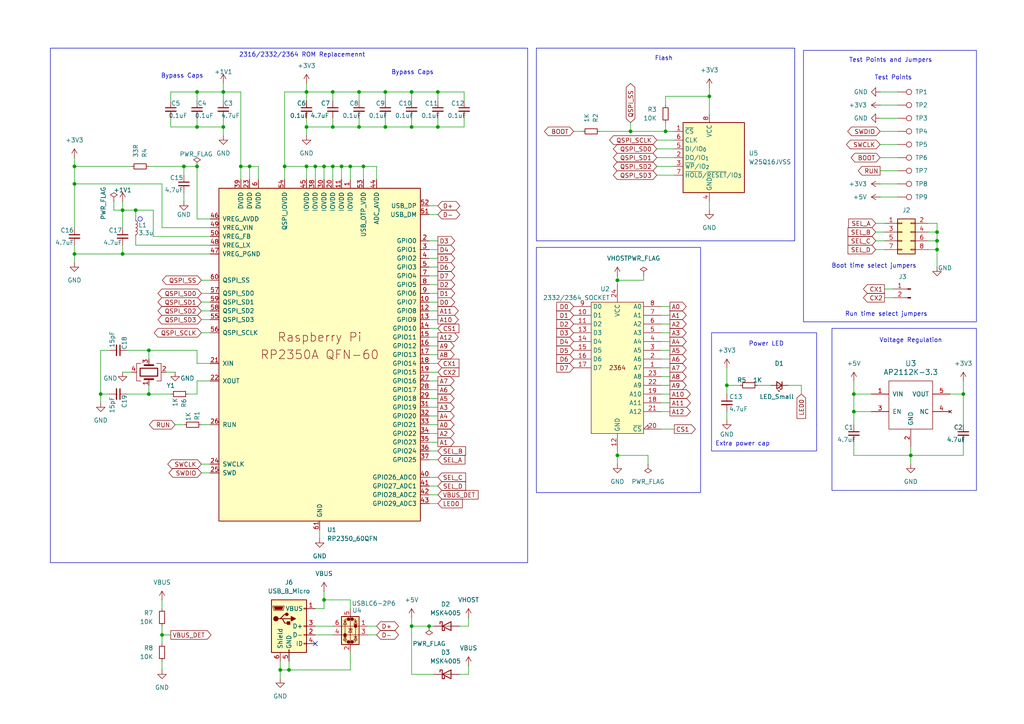
<source format=kicad_sch>
(kicad_sch (version 20250114) (generator "eeschema") (generator_version "9.0")
  (paper "A4")
  (title_block (title "One ROM") (date "2025-10-02") (rev "Pico rev B") (company "piers.rocks") (comment 1 "(c) Piers Finlayson 2025"))
  (rectangle (start 155.575 71.755) (end 203.2 142.875))
  (circle (center 40.64 63.5) (radius 0.635))
  (rectangle (start 155.575 13.97) (end 230.505 69.85))
  (rectangle (start 236.855 123.19) (end 236.855 123.19))
  (rectangle (start 14.605 13.97) (end 153.035 163.195))
  (rectangle (start 233.045 14.605) (end 283.21 93.345))
  (rectangle (start 206.375 96.52) (end 236.855 130.81))
  (rectangle (start 241.3 95.25) (end 283.21 142.24))
  (text "Run time select jumpers" (at 257.048 91.186 0) (effects (font (size 1.27 1.27))))
  (text "Test Points" (at 259.08 22.606 0) (effects (font (size 1.27 1.27))))
  (text "Voltage Regulation" (at 264.16 98.806 0) (effects (font (size 1.27 1.27))))
  (text "Extra power cap" (at 215.392 128.778 0) (effects (font (size 1.27 1.27))))
  (text "2316/2332/2364 ROM Replacemennt" (at 87.63 16.002 0) (effects (font (size 1.27 1.27))))
  (text "Bypass Caps" (at 52.832 22.098 0) (effects (font (size 1.27 1.27))))
  (text "Power LED" (at 222.25 99.822 0) (effects (font (size 1.27 1.27))))
  (text "Bypass Caps" (at 119.634 21.082 0) (effects (font (size 1.27 1.27))))
  (text "Flash" (at 192.532 17.018 0) (effects (font (size 1.27 1.27))))
  (text "Boot time select jumpers" (at 253.492 77.216 0) (effects (font (size 1.27 1.27))))
  (text "Test Points and Jumpers" (at 258.318 17.526 0) (effects (font (size 1.27 1.27))))
  (junction (at 35.56 60.96))
  (junction (at 21.59 48.26))
  (junction (at 21.59 73.66))
  (junction (at 104.14 36.83))
  (junction (at 104.14 26.67))
  (junction (at 82.55 48.26))
  (junction (at 96.52 36.83))
  (junction (at 179.07 132.08))
  (junction (at 46.99 184.15))
  (junction (at 72.39 48.26))
  (junction (at 119.38 26.67))
  (junction (at 57.15 36.83))
  (junction (at 43.18 114.3))
  (junction (at 271.78 67.31))
  (junction (at 111.76 36.83))
  (junction (at 29.21 114.3))
  (junction (at 182.88 38.1))
  (junction (at 35.56 73.66))
  (junction (at 69.85 48.26))
  (junction (at 64.77 26.67))
  (junction (at 81.28 194.31))
  (junction (at 205.74 27.94))
  (junction (at 179.07 81.28))
  (junction (at 247.65 114.3))
  (junction (at 271.78 72.39))
  (junction (at 96.52 48.26))
  (junction (at 88.9 26.67))
  (junction (at 271.78 69.85))
  (junction (at 57.15 26.67))
  (junction (at 105.41 48.26))
  (junction (at 91.44 48.26))
  (junction (at 264.16 132.08))
  (junction (at 99.06 48.26))
  (junction (at 21.59 53.34))
  (junction (at 101.6 48.26))
  (junction (at 83.82 194.31))
  (junction (at 88.9 48.26))
  (junction (at 210.82 111.76))
  (junction (at 247.65 119.38))
  (junction (at 93.98 48.26))
  (junction (at 53.34 48.26))
  (junction (at 193.04 38.1))
  (junction (at 127 26.67))
  (junction (at 88.9 36.83))
  (junction (at 119.38 181.61))
  (junction (at 127 36.83))
  (junction (at 96.52 26.67))
  (junction (at 93.98 173.99))
  (junction (at 119.38 36.83))
  (junction (at 39.37 60.96))
  (junction (at 64.77 36.83))
  (junction (at 111.76 26.67))
  (junction (at 124.46 181.61))
  (junction (at 279.4 114.3))
  (junction (at 57.15 48.26))
  (junction (at 43.18 101.6))
  (no_connect (at 91.44 186.69))
  (wire (pts (xy 279.4 114.3) (xy 279.4 123.19)))
  (wire (pts (xy 91.44 48.26) (xy 93.98 48.26)))
  (wire (pts (xy 232.41 111.76) (xy 232.41 114.3)))
  (wire (pts (xy 93.98 48.26) (xy 96.52 48.26)))
  (wire (pts (xy 186.69 81.28) (xy 179.07 81.28)))
  (wire (pts (xy 92.71 153.67) (xy 92.71 156.21)))
  (wire (pts (xy 44.45 68.58) (xy 60.96 68.58)))
  (wire (pts (xy 43.18 101.6) (xy 43.18 104.14)))
  (wire (pts (xy 93.98 173.99) (xy 101.6 173.99)))
  (wire (pts (xy 104.14 29.21) (xy 104.14 26.67)))
  (wire (pts (xy 119.38 34.29) (xy 119.38 36.83)))
  (wire (pts (xy 191.77 101.6) (xy 194.31 101.6)))
  (wire (pts (xy 69.85 26.67) (xy 64.77 26.67)))
  (wire (pts (xy 58.42 92.71) (xy 60.96 92.71)))
  (wire (pts (xy 88.9 52.07) (xy 88.9 48.26)))
  (wire (pts (xy 81.28 191.77) (xy 81.28 194.31)))
  (wire (pts (xy 104.14 36.83) (xy 104.14 34.29)))
  (wire (pts (xy 254 69.85) (xy 256.54 69.85)))
  (wire (pts (xy 43.18 111.76) (xy 43.18 114.3)))
  (wire (pts (xy 124.46 128.27) (xy 127 128.27)))
  (wire (pts (xy 46.99 173.99) (xy 46.99 176.53)))
  (wire (pts (xy 254 64.77) (xy 256.54 64.77)))
  (wire (pts (xy 247.65 132.08) (xy 264.16 132.08)))
  (wire (pts (xy 127 77.47) (xy 124.46 77.47)))
  (wire (pts (xy 49.53 26.67) (xy 49.53 29.21)))
  (wire (pts (xy 93.98 48.26) (xy 93.98 52.07)))
  (wire (pts (xy 99.06 48.26) (xy 99.06 52.07)))
  (wire (pts (xy 29.21 116.84) (xy 29.21 114.3)))
  (wire (pts (xy 101.6 52.07) (xy 101.6 48.26)))
  (wire (pts (xy 21.59 48.26) (xy 21.59 53.34)))
  (wire (pts (xy 135.89 179.07) (xy 135.89 181.61)))
  (wire (pts (xy 53.34 55.88) (xy 53.34 58.42)))
  (wire (pts (xy 127 146.05) (xy 124.46 146.05)))
  (wire (pts (xy 191.77 96.52) (xy 194.31 96.52)))
  (wire (pts (xy 119.38 26.67) (xy 127 26.67)))
  (wire (pts (xy 91.44 52.07) (xy 91.44 48.26)))
  (wire (pts (xy 57.15 36.83) (xy 64.77 36.83)))
  (wire (pts (xy 264.16 132.08) (xy 264.16 134.62)))
  (wire (pts (xy 271.78 67.31) (xy 271.78 64.77)))
  (wire (pts (xy 57.15 36.83) (xy 57.15 34.29)))
  (wire (pts (xy 254 67.31) (xy 256.54 67.31)))
  (wire (pts (xy 35.56 60.96) (xy 35.56 66.04)))
  (wire (pts (xy 106.68 184.15) (xy 109.22 184.15)))
  (wire (pts (xy 57.15 110.49) (xy 60.96 110.49)))
  (wire (pts (xy 106.68 181.61) (xy 109.22 181.61)))
  (wire (pts (xy 210.82 111.76) (xy 210.82 114.3)))
  (wire (pts (xy 210.82 119.38) (xy 210.82 121.92)))
  (wire (pts (xy 82.55 52.07) (xy 82.55 48.26)))
  (wire (pts (xy 58.42 96.52) (xy 60.96 96.52)))
  (wire (pts (xy 191.77 88.9) (xy 194.31 88.9)))
  (wire (pts (xy 39.37 71.12) (xy 39.37 68.58)))
  (wire (pts (xy 29.21 114.3) (xy 29.21 101.6)))
  (wire (pts (xy 57.15 48.26) (xy 53.34 48.26)))
  (wire (pts (xy 104.14 26.67) (xy 111.76 26.67)))
  (wire (pts (xy 205.74 25.4) (xy 205.74 27.94)))
  (wire (pts (xy 93.98 173.99) (xy 93.98 171.45)))
  (wire (pts (xy 88.9 26.67) (xy 88.9 29.21)))
  (wire (pts (xy 96.52 34.29) (xy 96.52 36.83)))
  (wire (pts (xy 124.46 100.33) (xy 127 100.33)))
  (wire (pts (xy 36.83 114.3) (xy 43.18 114.3)))
  (wire (pts (xy 46.99 53.34) (xy 21.59 53.34)))
  (wire (pts (xy 39.37 60.96) (xy 44.45 60.96)))
  (wire (pts (xy 57.15 26.67) (xy 64.77 26.67)))
  (wire (pts (xy 64.77 24.13) (xy 64.77 26.67)))
  (wire (pts (xy 279.4 132.08) (xy 279.4 128.27)))
  (wire (pts (xy 60.96 66.04) (xy 46.99 66.04)))
  (wire (pts (xy 74.93 48.26) (xy 72.39 48.26)))
  (wire (pts (xy 21.59 73.66) (xy 35.56 73.66)))
  (wire (pts (xy 210.82 106.68) (xy 210.82 111.76)))
  (wire (pts (xy 88.9 48.26) (xy 91.44 48.26)))
  (wire (pts (xy 127 69.85) (xy 124.46 69.85)))
  (wire (pts (xy 247.65 119.38) (xy 247.65 123.19)))
  (wire (pts (xy 35.56 71.12) (xy 35.56 73.66)))
  (wire (pts (xy 127 138.43) (xy 124.46 138.43)))
  (wire (pts (xy 104.14 36.83) (xy 111.76 36.83)))
  (wire (pts (xy 124.46 95.25) (xy 127 95.25)))
  (wire (pts (xy 49.53 36.83) (xy 49.53 34.29)))
  (wire (pts (xy 255.27 26.67) (xy 260.35 26.67)))
  (wire (pts (xy 35.56 107.95) (xy 38.1 107.95)))
  (wire (pts (xy 182.88 38.1) (xy 193.04 38.1)))
  (wire (pts (xy 205.74 27.94) (xy 205.74 33.02)))
  (wire (pts (xy 166.37 38.1) (xy 168.91 38.1)))
  (wire (pts (xy 191.77 93.98) (xy 194.31 93.98)))
  (wire (pts (xy 21.59 45.72) (xy 21.59 48.26)))
  (wire (pts (xy 275.59 114.3) (xy 279.4 114.3)))
  (wire (pts (xy 119.38 36.83) (xy 127 36.83)))
  (wire (pts (xy 247.65 114.3) (xy 252.73 114.3)))
  (wire (pts (xy 53.34 48.26) (xy 53.34 50.8)))
  (wire (pts (xy 255.27 49.53) (xy 260.35 49.53)))
  (wire (pts (xy 111.76 36.83) (xy 119.38 36.83)))
  (wire (pts (xy 46.99 184.15) (xy 49.53 184.15)))
  (wire (pts (xy 271.78 72.39) (xy 271.78 69.85)))
  (wire (pts (xy 43.18 48.26) (xy 53.34 48.26)))
  (wire (pts (xy 119.38 181.61) (xy 119.38 195.58)))
  (wire (pts (xy 21.59 71.12) (xy 21.59 73.66)))
  (wire (pts (xy 58.42 87.63) (xy 60.96 87.63)))
  (wire (pts (xy 91.44 176.53) (xy 93.98 176.53)))
  (wire (pts (xy 101.6 176.53) (xy 101.6 173.99)))
  (wire (pts (xy 269.24 67.31) (xy 271.78 67.31)))
  (wire (pts (xy 124.46 92.71) (xy 127 92.71)))
  (wire (pts (xy 29.21 101.6) (xy 31.75 101.6)))
  (wire (pts (xy 21.59 48.26) (xy 38.1 48.26)))
  (wire (pts (xy 46.99 191.77) (xy 46.99 194.31)))
  (wire (pts (xy 29.21 114.3) (xy 31.75 114.3)))
  (wire (pts (xy 190.5 43.18) (xy 195.58 43.18)))
  (wire (pts (xy 46.99 184.15) (xy 46.99 186.69)))
  (wire (pts (xy 35.56 73.66) (xy 60.96 73.66)))
  (wire (pts (xy 124.46 62.23) (xy 127 62.23)))
  (wire (pts (xy 64.77 26.67) (xy 64.77 29.21)))
  (wire (pts (xy 255.27 41.91) (xy 260.35 41.91)))
  (wire (pts (xy 39.37 60.96) (xy 35.56 60.96)))
  (wire (pts (xy 247.65 114.3) (xy 247.65 119.38)))
  (wire (pts (xy 205.74 58.42) (xy 205.74 60.96)))
  (wire (pts (xy 88.9 36.83) (xy 88.9 34.29)))
  (wire (pts (xy 127 140.97) (xy 124.46 140.97)))
  (wire (pts (xy 124.46 59.69) (xy 127 59.69)))
  (wire (pts (xy 255.27 57.15) (xy 260.35 57.15)))
  (wire (pts (xy 256.54 86.36) (xy 259.08 86.36)))
  (wire (pts (xy 127 118.11) (xy 124.46 118.11)))
  (wire (pts (xy 93.98 176.53) (xy 93.98 173.99)))
  (wire (pts (xy 21.59 73.66) (xy 21.59 76.2)))
  (wire (pts (xy 88.9 26.67) (xy 96.52 26.67)))
  (wire (pts (xy 193.04 30.48) (xy 193.04 27.94)))
  (wire (pts (xy 39.37 60.96) (xy 39.37 63.5)))
  (wire (pts (xy 44.45 60.96) (xy 44.45 68.58)))
  (wire (pts (xy 124.46 107.95) (xy 127 107.95)))
  (wire (pts (xy 104.14 26.67) (xy 96.52 26.67)))
  (wire (pts (xy 58.42 134.62) (xy 60.96 134.62)))
  (wire (pts (xy 105.41 48.26) (xy 105.41 52.07)))
  (wire (pts (xy 232.41 111.76) (xy 228.6 111.76)))
  (wire (pts (xy 127 143.51) (xy 124.46 143.51)))
  (wire (pts (xy 88.9 24.13) (xy 88.9 26.67)))
  (wire (pts (xy 101.6 194.31) (xy 101.6 189.23)))
  (wire (pts (xy 124.46 90.17) (xy 127 90.17)))
  (wire (pts (xy 91.44 181.61) (xy 96.52 181.61)))
  (wire (pts (xy 173.99 38.1) (xy 182.88 38.1)))
  (wire (pts (xy 269.24 72.39) (xy 271.78 72.39)))
  (wire (pts (xy 255.27 38.1) (xy 260.35 38.1)))
  (wire (pts (xy 127 26.67) (xy 134.62 26.67)))
  (wire (pts (xy 247.65 128.27) (xy 247.65 132.08)))
  (wire (pts (xy 127 36.83) (xy 134.62 36.83)))
  (wire (pts (xy 279.4 110.49) (xy 279.4 114.3)))
  (wire (pts (xy 124.46 113.03) (xy 127 113.03)))
  (wire (pts (xy 82.55 26.67) (xy 82.55 48.26)))
  (wire (pts (xy 119.38 181.61) (xy 124.46 181.61)))
  (wire (pts (xy 271.78 64.77) (xy 269.24 64.77)))
  (wire (pts (xy 191.77 114.3) (xy 194.31 114.3)))
  (wire (pts (xy 124.46 102.87) (xy 127 102.87)))
  (wire (pts (xy 127 26.67) (xy 127 29.21)))
  (wire (pts (xy 57.15 101.6) (xy 57.15 105.41)))
  (wire (pts (xy 91.44 184.15) (xy 96.52 184.15)))
  (wire (pts (xy 58.42 90.17) (xy 60.96 90.17)))
  (wire (pts (xy 191.77 124.46) (xy 195.58 124.46)))
  (wire (pts (xy 57.15 26.67) (xy 49.53 26.67)))
  (wire (pts (xy 190.5 48.26) (xy 195.58 48.26)))
  (wire (pts (xy 264.16 132.08) (xy 279.4 132.08)))
  (wire (pts (xy 101.6 48.26) (xy 105.41 48.26)))
  (wire (pts (xy 36.83 101.6) (xy 43.18 101.6)))
  (wire (pts (xy 54.61 114.3) (xy 57.15 114.3)))
  (wire (pts (xy 190.5 45.72) (xy 195.58 45.72)))
  (wire (pts (xy 49.53 36.83) (xy 57.15 36.83)))
  (wire (pts (xy 254 72.39) (xy 256.54 72.39)))
  (wire (pts (xy 134.62 26.67) (xy 134.62 29.21)))
  (wire (pts (xy 191.77 99.06) (xy 194.31 99.06)))
  (wire (pts (xy 82.55 26.67) (xy 88.9 26.67)))
  (wire (pts (xy 191.77 116.84) (xy 194.31 116.84)))
  (wire (pts (xy 119.38 26.67) (xy 119.38 29.21)))
  (wire (pts (xy 190.5 50.8) (xy 195.58 50.8)))
  (wire (pts (xy 127 120.65) (xy 124.46 120.65)))
  (wire (pts (xy 72.39 48.26) (xy 69.85 48.26)))
  (wire (pts (xy 33.02 58.42) (xy 33.02 60.96)))
  (wire (pts (xy 35.56 58.42) (xy 35.56 60.96)))
  (wire (pts (xy 64.77 36.83) (xy 64.77 34.29)))
  (wire (pts (xy 46.99 181.61) (xy 46.99 184.15)))
  (wire (pts (xy 96.52 26.67) (xy 96.52 29.21)))
  (wire (pts (xy 191.77 106.68) (xy 194.31 106.68)))
  (wire (pts (xy 134.62 34.29) (xy 134.62 36.83)))
  (wire (pts (xy 271.78 72.39) (xy 271.78 77.47)))
  (wire (pts (xy 127 85.09) (xy 124.46 85.09)))
  (wire (pts (xy 179.07 130.81) (xy 179.07 132.08)))
  (wire (pts (xy 82.55 48.26) (xy 88.9 48.26)))
  (wire (pts (xy 33.02 60.96) (xy 35.56 60.96)))
  (wire (pts (xy 187.96 134.62) (xy 187.96 132.08)))
  (wire (pts (xy 58.42 123.19) (xy 60.96 123.19)))
  (wire (pts (xy 105.41 48.26) (xy 109.22 48.26)))
  (wire (pts (xy 193.04 27.94) (xy 205.74 27.94)))
  (wire (pts (xy 191.77 109.22) (xy 194.31 109.22)))
  (wire (pts (xy 57.15 105.41) (xy 60.96 105.41)))
  (wire (pts (xy 124.46 181.61) (xy 125.73 181.61)))
  (wire (pts (xy 43.18 101.6) (xy 57.15 101.6)))
  (wire (pts (xy 269.24 69.85) (xy 271.78 69.85)))
  (wire (pts (xy 135.89 193.04) (xy 135.89 195.58)))
  (wire (pts (xy 124.46 130.81) (xy 127 130.81)))
  (wire (pts (xy 96.52 36.83) (xy 104.14 36.83)))
  (wire (pts (xy 255.27 53.34) (xy 260.35 53.34)))
  (wire (pts (xy 193.04 38.1) (xy 195.58 38.1)))
  (wire (pts (xy 135.89 181.61) (xy 133.35 181.61)))
  (wire (pts (xy 271.78 69.85) (xy 271.78 67.31)))
  (wire (pts (xy 88.9 36.83) (xy 88.9 39.37)))
  (wire (pts (xy 124.46 105.41) (xy 127 105.41)))
  (wire (pts (xy 57.15 114.3) (xy 57.15 110.49)))
  (wire (pts (xy 193.04 35.56) (xy 193.04 38.1)))
  (wire (pts (xy 124.46 125.73) (xy 127 125.73)))
  (wire (pts (xy 191.77 91.44) (xy 194.31 91.44)))
  (wire (pts (xy 187.96 132.08) (xy 179.07 132.08)))
  (wire (pts (xy 179.07 80.01) (xy 179.07 81.28)))
  (wire (pts (xy 21.59 53.34) (xy 21.59 66.04)))
  (wire (pts (xy 124.46 115.57) (xy 127 115.57)))
  (wire (pts (xy 69.85 52.07) (xy 69.85 48.26)))
  (wire (pts (xy 210.82 111.76) (xy 214.63 111.76)))
  (wire (pts (xy 255.27 45.72) (xy 260.35 45.72)))
  (wire (pts (xy 186.69 80.01) (xy 186.69 81.28)))
  (wire (pts (xy 264.16 129.54) (xy 264.16 132.08)))
  (wire (pts (xy 179.07 81.28) (xy 179.07 82.55)))
  (wire (pts (xy 111.76 26.67) (xy 111.76 29.21)))
  (wire (pts (xy 60.96 71.12) (xy 39.37 71.12)))
  (wire (pts (xy 81.28 194.31) (xy 83.82 194.31)))
  (wire (pts (xy 43.18 114.3) (xy 49.53 114.3)))
  (wire (pts (xy 247.65 119.38) (xy 252.73 119.38)))
  (wire (pts (xy 50.8 123.19) (xy 53.34 123.19)))
  (wire (pts (xy 135.89 195.58) (xy 133.35 195.58)))
  (wire (pts (xy 58.42 137.16) (xy 60.96 137.16)))
  (wire (pts (xy 119.38 195.58) (xy 125.73 195.58)))
  (wire (pts (xy 72.39 52.07) (xy 72.39 48.26)))
  (wire (pts (xy 96.52 48.26) (xy 99.06 48.26)))
  (wire (pts (xy 127 87.63) (xy 124.46 87.63)))
  (wire (pts (xy 179.07 132.08) (xy 179.07 134.62)))
  (wire (pts (xy 127 123.19) (xy 124.46 123.19)))
  (wire (pts (xy 191.77 111.76) (xy 194.31 111.76)))
  (wire (pts (xy 124.46 133.35) (xy 127 133.35)))
  (wire (pts (xy 127 82.55) (xy 124.46 82.55)))
  (wire (pts (xy 255.27 34.29) (xy 260.35 34.29)))
  (wire (pts (xy 255.27 30.48) (xy 260.35 30.48)))
  (wire (pts (xy 57.15 63.5) (xy 57.15 48.26)))
  (wire (pts (xy 256.54 83.82) (xy 259.08 83.82)))
  (wire (pts (xy 69.85 48.26) (xy 69.85 26.67)))
  (wire (pts (xy 60.96 63.5) (xy 57.15 63.5)))
  (wire (pts (xy 191.77 119.38) (xy 194.31 119.38)))
  (wire (pts (xy 48.26 107.95) (xy 50.8 107.95)))
  (wire (pts (xy 124.46 110.49) (xy 127 110.49)))
  (wire (pts (xy 64.77 36.83) (xy 64.77 39.37)))
  (wire (pts (xy 109.22 52.07) (xy 109.22 48.26)))
  (wire (pts (xy 119.38 179.07) (xy 119.38 181.61)))
  (wire (pts (xy 124.46 97.79) (xy 127 97.79)))
  (wire (pts (xy 111.76 26.67) (xy 119.38 26.67)))
  (wire (pts (xy 57.15 26.67) (xy 57.15 29.21)))
  (wire (pts (xy 96.52 52.07) (xy 96.52 48.26)))
  (wire (pts (xy 83.82 194.31) (xy 83.82 191.77)))
  (wire (pts (xy 127 34.29) (xy 127 36.83)))
  (wire (pts (xy 81.28 194.31) (xy 81.28 196.85)))
  (wire (pts (xy 99.06 48.26) (xy 101.6 48.26)))
  (wire (pts (xy 191.77 104.14) (xy 194.31 104.14)))
  (wire (pts (xy 111.76 34.29) (xy 111.76 36.83)))
  (wire (pts (xy 83.82 194.31) (xy 101.6 194.31)))
  (wire (pts (xy 46.99 66.04) (xy 46.99 53.34)))
  (wire (pts (xy 127 80.01) (xy 124.46 80.01)))
  (wire (pts (xy 58.42 81.28) (xy 60.96 81.28)))
  (wire (pts (xy 127 74.93) (xy 124.46 74.93)))
  (wire (pts (xy 219.71 111.76) (xy 223.52 111.76)))
  (wire (pts (xy 74.93 52.07) (xy 74.93 48.26)))
  (wire (pts (xy 247.65 110.49) (xy 247.65 114.3)))
  (wire (pts (xy 58.42 85.09) (xy 60.96 85.09)))
  (wire (pts (xy 182.88 35.56) (xy 182.88 38.1)))
  (wire (pts (xy 127 72.39) (xy 124.46 72.39)))
  (wire (pts (xy 96.52 36.83) (xy 88.9 36.83)))
  (wire (pts (xy 190.5 40.64) (xy 195.58 40.64)))
  (global_label "A9" (shape output) (at 194.31 111.76 0) (property "Intersheetrefs" "${INTERSHEET_REFS}" (effects (hide yes))))
  (global_label "SWCLK" (shape bidirectional) (at 58.42 134.62 180) (property "Intersheetrefs" "${INTERSHEET_REFS}" (effects (hide yes))))
  (global_label "CX1" (shape input) (at 127 105.41 0) (property "Intersheetrefs" "${INTERSHEET_REFS}" (effects (hide yes))))
  (global_label "A7" (shape output) (at 127 110.49 0) (property "Intersheetrefs" "${INTERSHEET_REFS}" (effects (hide yes))))
  (global_label "A11" (shape output) (at 127 90.17 0) (property "Intersheetrefs" "${INTERSHEET_REFS}" (effects (hide yes))))
  (global_label "D+" (shape bidirectional) (at 109.22 181.61 0) (property "Intersheetrefs" "${INTERSHEET_REFS}" (effects (hide yes))))
  (global_label "A2" (shape output) (at 194.31 93.98 0) (property "Intersheetrefs" "${INTERSHEET_REFS}" (effects (hide yes))))
  (global_label "D6" (shape input) (at 166.37 104.14 180) (property "Intersheetrefs" "${INTERSHEET_REFS}" (effects (hide yes))))
  (global_label "D0" (shape input) (at 166.37 88.9 180) (property "Intersheetrefs" "${INTERSHEET_REFS}" (effects (hide yes))))
  (global_label "A0" (shape output) (at 194.31 88.9 0) (property "Intersheetrefs" "${INTERSHEET_REFS}" (effects (hide yes))))
  (global_label "QSPI_SD1" (shape bidirectional) (at 58.42 87.63 180) (property "Intersheetrefs" "${INTERSHEET_REFS}" (effects (hide yes))))
  (global_label "QSPI_SS" (shape bidirectional) (at 182.88 35.56 90) (property "Intersheetrefs" "${INTERSHEET_REFS}" (effects (hide yes))))
  (global_label "VBUS_DET" (shape input) (at 127 143.51 0) (property "Intersheetrefs" "${INTERSHEET_REFS}" (effects (hide yes))))
  (global_label "BOOT" (shape bidirectional) (at 255.27 45.72 180) (property "Intersheetrefs" "${INTERSHEET_REFS}" (effects (hide yes))))
  (global_label "D2" (shape input) (at 166.37 93.98 180) (property "Intersheetrefs" "${INTERSHEET_REFS}" (effects (hide yes))))
  (global_label "A1" (shape output) (at 194.31 91.44 0) (property "Intersheetrefs" "${INTERSHEET_REFS}" (effects (hide yes))))
  (global_label "QSPI_SD3" (shape bidirectional) (at 58.42 92.71 180) (property "Intersheetrefs" "${INTERSHEET_REFS}" (effects (hide yes))))
  (global_label "D1" (shape input) (at 166.37 91.44 180) (property "Intersheetrefs" "${INTERSHEET_REFS}" (effects (hide yes))))
  (global_label "CS1" (shape input) (at 127 95.25 0) (property "Intersheetrefs" "${INTERSHEET_REFS}" (effects (hide yes))))
  (global_label "SWCLK" (shape bidirectional) (at 255.27 41.91 180) (property "Intersheetrefs" "${INTERSHEET_REFS}" (effects (hide yes))))
  (global_label "D7" (shape output) (at 127 80.01 0) (property "Intersheetrefs" "${INTERSHEET_REFS}" (effects (hide yes))))
  (global_label "SEL_C" (shape input) (at 127 138.43 0) (property "Intersheetrefs" "${INTERSHEET_REFS}" (effects (hide yes))))
  (global_label "QSPI_SD0" (shape bidirectional) (at 58.42 85.09 180) (property "Intersheetrefs" "${INTERSHEET_REFS}" (effects (hide yes))))
  (global_label "A3" (shape output) (at 194.31 96.52 0) (property "Intersheetrefs" "${INTERSHEET_REFS}" (effects (hide yes))))
  (global_label "A6" (shape output) (at 194.31 104.14 0) (property "Intersheetrefs" "${INTERSHEET_REFS}" (effects (hide yes))))
  (global_label "SEL_B" (shape input) (at 127 130.81 0) (property "Intersheetrefs" "${INTERSHEET_REFS}" (effects (hide yes))))
  (global_label "A6" (shape output) (at 127 113.03 0) (property "Intersheetrefs" "${INTERSHEET_REFS}" (effects (hide yes))))
  (global_label "D3" (shape output) (at 127 69.85 0) (property "Intersheetrefs" "${INTERSHEET_REFS}" (effects (hide yes))))
  (global_label "D0" (shape output) (at 127 87.63 0) (property "Intersheetrefs" "${INTERSHEET_REFS}" (effects (hide yes))))
  (global_label "D5" (shape output) (at 127 74.93 0) (property "Intersheetrefs" "${INTERSHEET_REFS}" (effects (hide yes))))
  (global_label "SWDIO" (shape bidirectional) (at 58.42 137.16 180) (property "Intersheetrefs" "${INTERSHEET_REFS}" (effects (hide yes))))
  (global_label "D-" (shape bidirectional) (at 127 62.23 0) (property "Intersheetrefs" "${INTERSHEET_REFS}" (effects (hide yes))))
  (global_label "A12" (shape output) (at 127 97.79 0) (property "Intersheetrefs" "${INTERSHEET_REFS}" (effects (hide yes))))
  (global_label "A4" (shape output) (at 194.31 99.06 0) (property "Intersheetrefs" "${INTERSHEET_REFS}" (effects (hide yes))))
  (global_label "A9" (shape output) (at 127 100.33 0) (property "Intersheetrefs" "${INTERSHEET_REFS}" (effects (hide yes))))
  (global_label "A10" (shape output) (at 127 92.71 0) (property "Intersheetrefs" "${INTERSHEET_REFS}" (effects (hide yes))))
  (global_label "SWDIO" (shape bidirectional) (at 255.27 38.1 180) (property "Intersheetrefs" "${INTERSHEET_REFS}" (effects (hide yes))))
  (global_label "RUN" (shape output) (at 255.27 49.53 180) (property "Intersheetrefs" "${INTERSHEET_REFS}" (effects (hide yes))))
  (global_label "SEL_B" (shape input) (at 254 67.31 180) (property "Intersheetrefs" "${INTERSHEET_REFS}" (effects (hide yes))))
  (global_label "QSPI_SD1" (shape bidirectional) (at 190.5 45.72 180) (property "Intersheetrefs" "${INTERSHEET_REFS}" (effects (hide yes))))
  (global_label "QSPI_SS" (shape bidirectional) (at 58.42 81.28 180) (property "Intersheetrefs" "${INTERSHEET_REFS}" (effects (hide yes))))
  (global_label "CX2" (shape output) (at 256.54 86.36 180) (property "Intersheetrefs" "${INTERSHEET_REFS}" (effects (hide yes))))
  (global_label "D7" (shape input) (at 166.37 106.68 180) (property "Intersheetrefs" "${INTERSHEET_REFS}" (effects (hide yes))))
  (global_label "D-" (shape bidirectional) (at 109.22 184.15 0) (property "Intersheetrefs" "${INTERSHEET_REFS}" (effects (hide yes))))
  (global_label "D4" (shape input) (at 166.37 99.06 180) (property "Intersheetrefs" "${INTERSHEET_REFS}" (effects (hide yes))))
  (global_label "A1" (shape output) (at 127 128.27 0) (property "Intersheetrefs" "${INTERSHEET_REFS}" (effects (hide yes))))
  (global_label "A7" (shape output) (at 194.31 106.68 0) (property "Intersheetrefs" "${INTERSHEET_REFS}" (effects (hide yes))))
  (global_label "SEL_A" (shape input) (at 127 133.35 0) (property "Intersheetrefs" "${INTERSHEET_REFS}" (effects (hide yes))))
  (global_label "D2" (shape output) (at 127 82.55 0) (property "Intersheetrefs" "${INTERSHEET_REFS}" (effects (hide yes))))
  (global_label "D+" (shape bidirectional) (at 127 59.69 0) (property "Intersheetrefs" "${INTERSHEET_REFS}" (effects (hide yes))))
  (global_label "SEL_C" (shape input) (at 254 69.85 180) (property "Intersheetrefs" "${INTERSHEET_REFS}" (effects (hide yes))))
  (global_label "LED0" (shape input) (at 232.41 114.3 270) (property "Intersheetrefs" "${INTERSHEET_REFS}" (effects (hide yes))))
  (global_label "A5" (shape output) (at 127 115.57 0) (property "Intersheetrefs" "${INTERSHEET_REFS}" (effects (hide yes))))
  (global_label "QSPI_SCLK" (shape bidirectional) (at 190.5 40.64 180) (property "Intersheetrefs" "${INTERSHEET_REFS}" (effects (hide yes))))
  (global_label "CX1" (shape output) (at 256.54 83.82 180) (property "Intersheetrefs" "${INTERSHEET_REFS}" (effects (hide yes))))
  (global_label "A0" (shape output) (at 127 123.19 0) (property "Intersheetrefs" "${INTERSHEET_REFS}" (effects (hide yes))))
  (global_label "BOOT" (shape bidirectional) (at 166.37 38.1 180) (property "Intersheetrefs" "${INTERSHEET_REFS}" (effects (hide yes))))
  (global_label "LED0" (shape input) (at 127 146.05 0) (property "Intersheetrefs" "${INTERSHEET_REFS}" (effects (hide yes))))
  (global_label "CX2" (shape input) (at 127 107.95 0) (property "Intersheetrefs" "${INTERSHEET_REFS}" (effects (hide yes))))
  (global_label "QSPI_SD2" (shape bidirectional) (at 58.42 90.17 180) (property "Intersheetrefs" "${INTERSHEET_REFS}" (effects (hide yes))))
  (global_label "A5" (shape output) (at 194.31 101.6 0) (property "Intersheetrefs" "${INTERSHEET_REFS}" (effects (hide yes))))
  (global_label "A2" (shape output) (at 127 125.73 0) (property "Intersheetrefs" "${INTERSHEET_REFS}" (effects (hide yes))))
  (global_label "D1" (shape output) (at 127 85.09 0) (property "Intersheetrefs" "${INTERSHEET_REFS}" (effects (hide yes))))
  (global_label "A8" (shape output) (at 194.31 109.22 0) (property "Intersheetrefs" "${INTERSHEET_REFS}" (effects (hide yes))))
  (global_label "D4" (shape output) (at 127 72.39 0) (property "Intersheetrefs" "${INTERSHEET_REFS}" (effects (hide yes))))
  (global_label "A12" (shape output) (at 194.31 119.38 0) (property "Intersheetrefs" "${INTERSHEET_REFS}" (effects (hide yes))))
  (global_label "SEL_D" (shape input) (at 127 140.97 0) (property "Intersheetrefs" "${INTERSHEET_REFS}" (effects (hide yes))))
  (global_label "QSPI_SD3" (shape bidirectional) (at 190.5 50.8 180) (property "Intersheetrefs" "${INTERSHEET_REFS}" (effects (hide yes))))
  (global_label "A10" (shape output) (at 194.31 114.3 0) (property "Intersheetrefs" "${INTERSHEET_REFS}" (effects (hide yes))))
  (global_label "CS1" (shape output) (at 195.58 124.46 0) (property "Intersheetrefs" "${INTERSHEET_REFS}" (effects (hide yes))))
  (global_label "RUN" (shape bidirectional) (at 50.8 123.19 180) (property "Intersheetrefs" "${INTERSHEET_REFS}" (effects (hide yes))))
  (global_label "SEL_A" (shape input) (at 254 64.77 180) (property "Intersheetrefs" "${INTERSHEET_REFS}" (effects (hide yes))))
  (global_label "A11" (shape output) (at 194.31 116.84 0) (property "Intersheetrefs" "${INTERSHEET_REFS}" (effects (hide yes))))
  (global_label "VBUS_DET" (shape output) (at 49.53 184.15 0) (property "Intersheetrefs" "${INTERSHEET_REFS}" (effects (hide yes))))
  (global_label "D6" (shape output) (at 127 77.47 0) (property "Intersheetrefs" "${INTERSHEET_REFS}" (effects (hide yes))))
  (global_label "QSPI_SD2" (shape bidirectional) (at 190.5 48.26 180) (property "Intersheetrefs" "${INTERSHEET_REFS}" (effects (hide yes))))
  (global_label "QSPI_SCLK" (shape bidirectional) (at 58.42 96.52 180) (property "Intersheetrefs" "${INTERSHEET_REFS}" (effects (hide yes))))
  (global_label "A4" (shape output) (at 127 120.65 0) (property "Intersheetrefs" "${INTERSHEET_REFS}" (effects (hide yes))))
  (global_label "D5" (shape input) (at 166.37 101.6 180) (property "Intersheetrefs" "${INTERSHEET_REFS}" (effects (hide yes))))
  (global_label "SEL_D" (shape input) (at 254 72.39 180) (property "Intersheetrefs" "${INTERSHEET_REFS}" (effects (hide yes))))
  (global_label "A3" (shape output) (at 127 118.11 0) (property "Intersheetrefs" "${INTERSHEET_REFS}" (effects (hide yes))))
  (global_label "D3" (shape input) (at 166.37 96.52 180) (property "Intersheetrefs" "${INTERSHEET_REFS}" (effects (hide yes))))
  (global_label "QSPI_SD0" (shape bidirectional) (at 190.5 43.18 180) (property "Intersheetrefs" "${INTERSHEET_REFS}" (effects (hide yes))))
  (global_label "A8" (shape output) (at 127 102.87 0) (property "Intersheetrefs" "${INTERSHEET_REFS}" (effects (hide yes))))
  (symbol (lib_id "power:GND") (at 53.34 58.42 0) (unit 1)
    (property "Reference" "#PWR025" (effects (hide yes)))
    (property "Value" "GND" (at 53.34 62.23 0))
    (property "Description" "Power symbol creates a global label with name \"GND\" , ground" (effects (hide yes)))
  )
  (symbol (lib_id "Connector:TestPoint") (at 260.35 49.53 270) (unit 1)
    (property "Reference" "TP7" (at 265.43 49.5299 90) (effects (justify left)))
    (property "Value" "TestPoint" (effects (hide yes)))
    (property "Footprint" "piers retro footprints:1mm smd test point small ss" (effects (hide yes)))
    (property "Description" "test point" (effects (hide yes)))
  )
  (symbol (lib_id "Device:C_Small") (at 21.59 68.58 0) (mirror y) (unit 1)
    (property "Reference" "C16" (at 17.526 66.802 0) (effects (justify right)))
    (property "Value" "4.7uF" (at 16.002 70.358 0) (effects (justify right)))
    (property "Footprint" "RP2350_60QFN_minimal:C_0402_1005Metric_small_pads" (effects (hide yes)))
    (property "Description" "Unpolarized capacitor, small symbol" (effects (hide yes)))
    (property "Comment" "Samsung Electro-Mechanics CL05A475MP5NRNC" (effects (hide yes)))
    (property "LCSC" "C23733" (effects (hide yes)))
    (property "Price(10)" "$0.0048" (effects (hide yes)))
  )
  (symbol (lib_id "power:GND") (at 271.78 77.47 0) (unit 1)
    (property "Reference" "#PWR012" (effects (hide yes)))
    (property "Value" "GND" (at 274.066 77.724 0))
    (property "Description" "Power symbol creates a global label with name \"GND\" , ground" (effects (hide yes)))
  )
  (symbol (lib_id "power:GND") (at 205.74 60.96 0) (unit 1)
    (property "Reference" "#PWR022" (effects (hide yes)))
    (property "Value" "GND" (at 205.74 66.04 0))
    (property "Description" "Power symbol creates a global label with name \"GND\" , ground" (effects (hide yes)))
  )
  (symbol (lib_id "Device:R_Small") (at 52.07 114.3 270) (unit 1)
    (property "Reference" "R6" (at 53.34 115.57 0) (effects (justify left)))
    (property "Value" "1K" (at 50.8 115.316 0) (effects (justify left)))
    (property "Footprint" "Resistor_SMD:R_0402_1005Metric" (effects (hide yes)))
    (property "Description" "Resistor, small symbol" (effects (hide yes)))
    (property "Comment" "UNI-ROYAL(Uniroyal Elec) 0402WGF1001TCE" (effects (hide yes)))
    (property "LCSC" "C11702" (effects (hide yes)))
    (property "Price(10)" "$0.0005" (effects (hide yes)))
  )
  (symbol (lib_id "power:GND") (at 29.21 116.84 0) (unit 1)
    (property "Reference" "#PWR029" (effects (hide yes)))
    (property "Value" "GND" (at 29.21 121.92 0))
    (property "Description" "Power symbol creates a global label with name \"GND\" , ground" (effects (hide yes)))
  )
  (symbol (lib_id "power:PWR_FLAG") (at 186.69 80.01 0) (unit 1)
    (property "Reference" "#FLG01" (effects (hide yes)))
    (property "Value" "PWR_FLAG" (at 186.69 74.93 0))
    (property "Description" "Special symbol for telling ERC where power comes from" (effects (hide yes)))
  )
  (symbol (lib_id "Device:LED_Small") (at 226.06 111.76 180) (unit 1)
    (property "Reference" "D1" (at 225.9965 105.41 0))
    (property "Value" "LED_Small" (at 225.298 115.062 0))
    (property "Footprint" "LED_SMD:LED_0603_1608Metric" (effects (hide yes)))
    (property "Description" "Light emitting diode, small symbol" (effects (hide yes)))
    (property "Comment" "Hubei KENTO Elec KT-0603R" (effects (hide yes)))
    (property "LCSC" "C2286" (effects (hide yes)))
    (property "Price(10)" "$0.0056" (effects (hide yes)))
  )
  (symbol (lib_id "Connector_Generic:Conn_02x04_Odd_Even") (at 261.62 67.31 0) (unit 1)
    (property "Reference" "J2" (at 262.89 60.96 0))
    (property "Value" "Conn_02x04_Odd_Even" (effects (hide yes)))
    (property "Footprint" "piers footprints:PinHeader_2x04_P2.54mm_Vertical custom silkscreen" (effects (hide yes)))
    (property "Description" "Generic connector, double row, 02x04, odd/even pin numbering scheme (row 1 odd numbers, row 2 even numbers), script generated (kicad-library-utils/schlib/autogen/connector/)" (effects (hide yes)))
  )
  (symbol (lib_id "Connector:Conn_01x02_Pin") (at 264.16 83.82 0) (mirror y) (unit 1)
    (property "Reference" "J3" (at 260.604 80.264 0) (effects (justify right)))
    (property "Value" "Conn_01x02_Pin" (effects (hide yes)))
    (property "Footprint" "Connector_PinHeader_2.54mm:PinHeader_1x02_P2.54mm_Vertical" (effects (hide yes)))
    (property "Description" "Generic connector, single row, 01x02, script generated" (effects (hide yes)))
  )
  (symbol (lib_id "Device:C_Small") (at 49.53 31.75 0) (unit 1)
    (property "Reference" "C5" (at 52.324 29.972 0) (effects (justify right)))
    (property "Value" "0.1uF" (at 54.356 33.528 0) (effects (justify right)))
    (property "Footprint" "Capacitor_SMD:C_0402_1005Metric" (effects (hide yes)))
    (property "Description" "Unpolarized capacitor, small symbol" (effects (hide yes)))
    (property "Comment" "Samsung Electro-Mechanics CL05B104KO5NNNC" (effects (hide yes)))
    (property "LCSC" "C1525" (effects (hide yes)))
    (property "Price(10)" "$0.0011" (effects (hide yes)))
  )
  (symbol (lib_id "RP:RP2350_60QFN") (at 92.71 102.87 0) (unit 1)
    (property "Reference" "U1" (at 94.8533 153.67 0) (effects (justify left)))
    (property "Value" "RP2350_60QFN" (at 94.8533 156.21 0) (effects (justify left)))
    (property "Footprint" "RP2350_60QFN_minimal:RP2350-QFN-60-1EP_7x7_P0.4mm_EP3.4x3.4mm_ThermalVias" (effects (hide yes)))
    (property "LCSC" "C42411118" (effects (hide yes)))
    (property "Comment" "Raspberry Pi RP2350A" (effects (hide yes)))
    (property "Price(10)" "$1.4430" (effects (hide yes)))
  )
  (symbol (lib_id "power:GND") (at 46.99 194.31 0) (unit 1)
    (property "Reference" "#PWR03" (effects (hide yes)))
    (property "Value" "GND" (at 46.99 199.39 0))
    (property "Description" "Power symbol creates a global label with name \"GND\" , ground" (effects (hide yes)))
  )
  (symbol (lib_id "Connector:TestPoint") (at 260.35 34.29 270) (unit 1)
    (property "Reference" "TP3" (at 265.43 34.2899 90) (effects (justify left)))
    (property "Value" "TestPoint" (effects (hide yes)))
    (property "Footprint" "piers retro footprints:1mm smd test point small ss" (effects (hide yes)))
    (property "Description" "test point" (effects (hide yes)))
  )
  (symbol (lib_id "Device:C_Small") (at 96.52 31.75 0) (unit 1)
    (property "Reference" "C7" (at 95.758 29.972 0) (effects (justify right)))
    (property "Value" "4.7uF" (at 95.504 33.528 0) (effects (justify right)))
    (property "Footprint" "Capacitor_SMD:C_0402_1005Metric" (effects (hide yes)))
    (property "Description" "Unpolarized capacitor, small symbol" (effects (hide yes)))
    (property "Comment" "Samsung Electro-Mechanics CL05A475MP5NRNC" (effects (hide yes)))
    (property "LCSC" "C23733" (effects (hide yes)))
    (property "Price(10)" "$0.0048" (effects (hide yes)))
  )
  (symbol (lib_id "power:+3V3") (at 205.74 25.4 0) (unit 1)
    (property "Reference" "#PWR021" (effects (hide yes)))
    (property "Value" "+3V3" (at 205.74 20.32 0))
    (property "Description" "Power symbol creates a global label with name \"+3V3\"" (effects (hide yes)))
  )
  (symbol (lib_id "power:GND") (at 21.59 76.2 0) (unit 1)
    (property "Reference" "#PWR024" (effects (hide yes)))
    (property "Value" "GND" (at 21.59 81.28 0))
    (property "Description" "Power symbol creates a global label with name \"GND\" , ground" (effects (hide yes)))
  )
  (symbol (lib_id "Connector:USB_B_Micro") (at 83.82 181.61 0) (unit 1)
    (property "Reference" "J6" (at 83.82 168.91 0))
    (property "Value" "USB_B_Micro" (at 83.82 171.45 0))
    (property "Footprint" "piers footprints:USB_Micro-B_micro_xnj_073_C404969" (effects (hide yes)))
    (property "Description" "USB Micro Type B connector" (effects (hide yes)))
    (property "LCSC" "C404969" (effects (hide yes)))
  )
  (symbol (lib_id "power:+3V3") (at 255.27 30.48 90) (unit 1)
    (property "Reference" "#PWR032" (effects (hide yes)))
    (property "Value" "+3V3" (at 251.46 30.4799 90) (effects (justify left)))
    (property "Description" "Power symbol creates a global label with name \"+3V3\"" (effects (hide yes)))
  )
  (symbol (lib_id "power:GND") (at 81.28 196.85 0) (unit 1)
    (property "Reference" "#PWR010" (effects (hide yes)))
    (property "Value" "GND" (at 81.28 201.93 0))
    (property "Description" "Power symbol creates a global label with name \"GND\" , ground" (effects (hide yes)))
  )
  (symbol (lib_id "Device:C_Small") (at 57.15 31.75 0) (unit 1)
    (property "Reference" "C4" (at 59.944 29.972 0) (effects (justify right)))
    (property "Value" "0.1uF" (at 61.976 33.528 0) (effects (justify right)))
    (property "Footprint" "Capacitor_SMD:C_0402_1005Metric" (effects (hide yes)))
    (property "Description" "Unpolarized capacitor, small symbol" (effects (hide yes)))
    (property "Comment" "Samsung Electro-Mechanics CL05B104KO5NNNC" (effects (hide yes)))
    (property "LCSC" "C1525" (effects (hide yes)))
    (property "Price(10)" "$0.0011" (effects (hide yes)))
  )
  (symbol (lib_id "power:PWR_FLAG") (at 124.46 181.61 180) (unit 1)
    (property "Reference" "#FLG05" (effects (hide yes)))
    (property "Value" "PWR_FLAG" (at 124.46 186.69 0))
    (property "Description" "Special symbol for telling ERC where power comes from" (effects (hide yes)))
  )
  (symbol (lib_id "power:GND") (at 64.77 39.37 0) (mirror y) (unit 1)
    (property "Reference" "#PWR011" (effects (hide yes)))
    (property "Value" "GND" (at 64.77 44.45 0))
    (property "Description" "Power symbol creates a global label with name \"GND\" , ground" (effects (hide yes)))
  )
  (symbol (lib_id "Device:R_Small") (at 171.45 38.1 270) (mirror x) (unit 1)
    (property "Reference" "R2" (at 172.7201 35.56 0) (effects (justify left)))
    (property "Value" "1K" (at 170.1801 35.56 0) (effects (justify left)))
    (property "Footprint" "Resistor_SMD:R_0402_1005Metric" (effects (hide yes)))
    (property "Description" "Resistor, small symbol" (effects (hide yes)))
    (property "Comment" "UNI-ROYAL(Uniroyal Elec) 0402WGF1001TCE" (effects (hide yes)))
    (property "LCSC" "C11702" (effects (hide yes)))
    (property "Price(10)" "$0.0005" (effects (hide yes)))
  )
  (symbol (lib_id "power:+1V1") (at 64.77 24.13 0) (unit 1)
    (property "Reference" "#PWR08" (effects (hide yes)))
    (property "Value" "+1V1" (at 64.77 20.828 0))
    (property "Description" "Power symbol creates a global label with name \"+1V1\"" (effects (hide yes)))
  )
  (symbol (lib_id "Device:Crystal_GND24") (at 43.18 107.95 270) (mirror x) (unit 1)
    (property "Reference" "Y1" (at 49.53 111.8302 90))
    (property "Value" "Crystal_GND24" (effects (hide yes)))
    (property "Footprint" "Crystal:Crystal_SMD_Abracon_ABM8G-4Pin_3.2x2.5mm" (effects (hide yes)))
    (property "Description" "Four pin crystal, GND on pins 2 and 4" (effects (hide yes)))
    (property "LCSC" "C20625731" (effects (hide yes)))
    (property "Comment" "Abracon LLC ABM8-272-T3" (effects (hide yes)))
    (property "Price(10)" "$0.4200" (effects (hide yes)))
  )
  (symbol (lib_id "power:+5V") (at 247.65 110.49 0) (unit 1)
    (property "Reference" "#PWR04" (effects (hide yes)))
    (property "Value" "+5V" (at 247.65 105.41 0))
    (property "Description" "Power symbol creates a global label with name \"+5V\"" (effects (hide yes)))
  )
  (symbol (lib_id "Device:R_Small") (at 46.99 179.07 0) (mirror y) (unit 1)
    (property "Reference" "R7" (at 44.45 177.7999 0) (effects (justify left)))
    (property "Value" "10K" (at 44.45 180.3399 0) (effects (justify left)))
    (property "Footprint" "Resistor_SMD:R_0402_1005Metric" (effects (hide yes)))
    (property "Description" "Resistor, small symbol" (effects (hide yes)))
    (property "Comment" "UNI-ROYAL(Uniroyal Elec) 0402WGF1002TCE" (effects (hide yes)))
    (property "LCSC" "C25744" (effects (hide yes)))
    (property "Price(10)" "$0.0005" (effects (hide yes)))
  )
  (symbol (lib_id "Connector:TestPoint") (at 260.35 26.67 270) (unit 1)
    (property "Reference" "TP1" (at 265.43 26.6699 90) (effects (justify left)))
    (property "Value" "TestPoint" (effects (hide yes)))
    (property "Footprint" "piers retro footprints:1mm smd test point small ss" (effects (hide yes)))
    (property "Description" "test point" (effects (hide yes)))
  )
  (symbol (lib_id "power:GND") (at 210.82 121.92 0) (unit 1)
    (property "Reference" "#PWR09" (effects (hide yes)))
    (property "Value" "GND" (at 210.82 125.984 0))
    (property "Description" "Power symbol creates a global label with name \"GND\" , ground" (effects (hide yes)))
  )
  (symbol (lib_id "Device:C_Small") (at 64.77 31.75 0) (unit 1)
    (property "Reference" "C3" (at 67.564 29.972 0) (effects (justify right)))
    (property "Value" "4.7uF" (at 69.596 33.528 0) (effects (justify right)))
    (property "Footprint" "Capacitor_SMD:C_0402_1005Metric" (effects (hide yes)))
    (property "Description" "Unpolarized capacitor, small symbol" (effects (hide yes)))
    (property "Comment" "Samsung Electro-Mechanics CL05A475MP5NRNC" (effects (hide yes)))
    (property "LCSC" "C23733" (effects (hide yes)))
    (property "Price(10)" "$0.0048" (effects (hide yes)))
  )
  (symbol (lib_id "Diode:1N5819WS") (at 129.54 181.61 0) (unit 1)
    (property "Reference" "D2" (at 129.2225 175.26 0))
    (property "Value" "MSK4005" (at 129.2225 177.8 0))
    (property "Footprint" "Diode_SMD:D_SOD-523" (effects (hide yes)))
    (property "LCSC" "C345957" (effects (hide yes)))
  )
  (symbol (lib_id "Device:C_Small") (at 210.82 116.84 0) (unit 1)
    (property "Reference" "C13" (at 215.392 115.062 0) (effects (justify right)))
    (property "Value" "4.7uF" (at 216.916 118.618 0) (effects (justify right)))
    (property "Footprint" "Capacitor_SMD:C_0402_1005Metric" (effects (hide yes)))
    (property "Description" "Unpolarized capacitor, small symbol" (effects (hide yes)))
    (property "Comment" "Samsung Electro-Mechanics CL05A475MP5NRNC" (effects (hide yes)))
    (property "LCSC" "C23733" (effects (hide yes)))
    (property "Price(10)" "$0.0048" (effects (hide yes)))
  )
  (symbol (lib_id "power:GND") (at 255.27 26.67 270) (unit 1)
    (property "Reference" "#PWR018" (effects (hide yes)))
    (property "Value" "GND" (at 249.682 26.67 90))
    (property "Description" "Power symbol creates a global label with name \"GND\" , ground" (effects (hide yes)))
  )
  (symbol (lib_id "power:+5V") (at 46.99 173.99 0) (unit 1)
    (property "Reference" "#PWR06" (effects (hide yes)))
    (property "Value" "VBUS" (at 46.99 168.91 0))
    (property "Description" "Power symbol creates a global label with name \"+5V\"" (effects (hide yes)))
  )
  (symbol (lib_id "Connector:TestPoint") (at 260.35 57.15 270) (unit 1)
    (property "Reference" "TP9" (at 265.43 57.1499 90) (effects (justify left)))
    (property "Value" "TestPoint" (effects (hide yes)))
    (property "Footprint" "piers retro footprints:1mm smd test point small ss" (effects (hide yes)))
    (property "Description" "test point" (effects (hide yes)))
  )
  (symbol (lib_id "power:GND") (at 92.71 156.21 0) (unit 1)
    (property "Reference" "#PWR020" (effects (hide yes)))
    (property "Value" "GND" (at 92.71 161.29 0))
    (property "Description" "Power symbol creates a global label with name \"GND\" , ground" (effects (hide yes)))
  )
  (symbol (lib_id "power:GND") (at 35.56 107.95 0) (mirror y) (unit 1)
    (property "Reference" "#PWR028" (effects (hide yes)))
    (property "Value" "GND" (at 32.004 109.728 0))
    (property "Description" "Power symbol creates a global label with name \"GND\" , ground" (effects (hide yes)))
  )
  (symbol (lib_id "Device:C_Small") (at 104.14 31.75 0) (mirror y) (unit 1)
    (property "Reference" "C8" (at 101.346 29.972 0) (effects (justify right)))
    (property "Value" "0.1uF" (at 99.314 33.528 0) (effects (justify right)))
    (property "Footprint" "Capacitor_SMD:C_0402_1005Metric" (effects (hide yes)))
    (property "Description" "Unpolarized capacitor, small symbol" (effects (hide yes)))
    (property "Comment" "Samsung Electro-Mechanics CL05B104KO5NNNC" (effects (hide yes)))
    (property "LCSC" "C1525" (effects (hide yes)))
    (property "Price(10)" "$0.0011" (effects (hide yes)))
  )
  (symbol (lib_id "Device:R_Small") (at 46.99 189.23 0) (mirror y) (unit 1)
    (property "Reference" "R8" (at 44.45 187.9599 0) (effects (justify left)))
    (property "Value" "10K" (at 44.45 190.4999 0) (effects (justify left)))
    (property "Footprint" "Resistor_SMD:R_0402_1005Metric" (effects (hide yes)))
    (property "Description" "Resistor, small symbol" (effects (hide yes)))
    (property "Comment" "UNI-ROYAL(Uniroyal Elec) 0402WGF1002TCE" (effects (hide yes)))
    (property "LCSC" "C25744" (effects (hide yes)))
    (property "Price(10)" "$0.0005" (effects (hide yes)))
  )
  (symbol (lib_id "Device:C_Small") (at 88.9 31.75 0) (mirror y) (unit 1)
    (property "Reference" "C6" (at 86.106 29.972 0) (effects (justify right)))
    (property "Value" "0.1uF" (at 84.074 33.528 0) (effects (justify right)))
    (property "Footprint" "Capacitor_SMD:C_0402_1005Metric" (effects (hide yes)))
    (property "Description" "Unpolarized capacitor, small symbol" (effects (hide yes)))
    (property "Comment" "Samsung Electro-Mechanics CL05B104KO5NNNC" (effects (hide yes)))
    (property "LCSC" "C1525" (effects (hide yes)))
    (property "Price(10)" "$0.0011" (effects (hide yes)))
  )
  (symbol (lib_id "piers_old:RT9013") (at 264.16 119.38 0) (unit 1)
    (property "Reference" "U3" (at 264.16 105.41 0) (effects (font (size 1.524 1.524))))
    (property "Value" "AP2112K-3.3" (at 264.16 107.95 0) (effects (font (size 1.524 1.524))))
    (property "Footprint" "Package_TO_SOT_SMD:SOT-23-5" (effects (hide yes)))
    (property "Comment" "Diodes Incorporated AP2112K-3.3TRG1" (effects (hide yes)))
    (property "LCSC" "C51118" (effects (hide yes)))
    (property "Price(10)" "$0.1059" (effects (hide yes)))
  )
  (symbol (lib_id "power:+3V3") (at 255.27 57.15 90) (unit 1)
    (property "Reference" "#PWR034" (effects (hide yes)))
    (property "Value" "+5V" (at 251.46 57.1499 90) (effects (justify left)))
    (property "Description" "Power symbol creates a global label with name \"+3V3\"" (effects (hide yes)))
  )
  (symbol (lib_id "Device:C_Small") (at 247.65 125.73 0) (mirror y) (unit 1)
    (property "Reference" "C1" (at 244.856 123.952 0) (effects (justify right)))
    (property "Value" "4.7uF" (at 242.824 127.508 0) (effects (justify right)))
    (property "Footprint" "Capacitor_SMD:C_0402_1005Metric" (effects (hide yes)))
    (property "Description" "Unpolarized capacitor, small symbol" (effects (hide yes)))
    (property "Comment" "Samsung Electro-Mechanics CL05A475MP5NRNC" (effects (hide yes)))
    (property "LCSC" "C23733" (effects (hide yes)))
    (property "Price(10)" "$0.0048" (effects (hide yes)))
  )
  (symbol (lib_id "power:PWR_FLAG") (at 187.96 134.62 0) (mirror x) (unit 1)
    (property "Reference" "#FLG02" (effects (hide yes)))
    (property "Value" "PWR_FLAG" (at 187.96 139.7 0))
    (property "Description" "Special symbol for telling ERC where power comes from" (effects (hide yes)))
  )
  (symbol (lib_id "power:+5V") (at 179.07 80.01 0) (unit 1)
    (property "Reference" "#PWR01" (effects (hide yes)))
    (property "Value" "VHOST" (at 179.07 74.93 0))
    (property "Description" "Power symbol creates a global label with name \"+5V\"" (effects (hide yes)))
  )
  (symbol (lib_id "power:PWR_FLAG") (at 57.15 48.26 0) (unit 1)
    (property "Reference" "#FLG03" (effects (hide yes)))
    (property "Value" "PWR_FLAG" (at 56.896 44.704 0))
    (property "Description" "Special symbol for telling ERC where power comes from" (effects (hide yes)))
  )
  (symbol (lib_id "Device:R_Small") (at 40.64 48.26 270) (mirror x) (unit 1)
    (property "Reference" "R4" (at 41.9101 45.72 0) (effects (justify left)))
    (property "Value" "33R" (at 39.3701 45.72 0) (effects (justify left)))
    (property "Footprint" "Resistor_SMD:R_0402_1005Metric" (effects (hide yes)))
    (property "Description" "Resistor, small symbol" (effects (hide yes)))
    (property "Comment" "UNI-ROYAL(Uniroyal Elec) 0402WGF330JTCE" (effects (hide yes)))
    (property "LCSC" "C25105" (effects (hide yes)))
    (property "Price(10)" "$0.0006" (effects (hide yes)))
  )
  (symbol (lib_id "power:+3V3") (at 255.27 53.34 90) (unit 1)
    (property "Reference" "#PWR033" (effects (hide yes)))
    (property "Value" "+3V3" (at 251.46 53.3399 90) (effects (justify left)))
    (property "Description" "Power symbol creates a global label with name \"+3V3\"" (effects (hide yes)))
  )
  (symbol (lib_id "power:+5V") (at 119.38 179.07 0) (unit 1)
    (property "Reference" "#PWR014" (effects (hide yes)))
    (property "Value" "+5V" (at 119.38 173.99 0))
    (property "Description" "Power symbol creates a global label with name \"+5V\"" (effects (hide yes)))
  )
  (symbol (lib_id "Connector:TestPoint") (at 260.35 30.48 270) (unit 1)
    (property "Reference" "TP2" (at 265.43 30.4799 90) (effects (justify left)))
    (property "Value" "TestPoint" (effects (hide yes)))
    (property "Footprint" "piers retro footprints:1mm smd test point small ss" (effects (hide yes)))
    (property "Description" "test point" (effects (hide yes)))
  )
  (symbol (lib_id "power:GND") (at 255.27 34.29 270) (unit 1)
    (property "Reference" "#PWR019" (effects (hide yes)))
    (property "Value" "GND" (at 249.682 34.29 90))
    (property "Description" "Power symbol creates a global label with name \"GND\" , ground" (effects (hide yes)))
  )
  (symbol (lib_id "power:+1V1") (at 35.56 58.42 0) (unit 1)
    (property "Reference" "#PWR026" (effects (hide yes)))
    (property "Value" "+1V1" (at 35.56 55.118 0))
    (property "Description" "Power symbol creates a global label with name \"+1V1\"" (effects (hide yes)))
  )
  (symbol (lib_id "piers_retro:2364") (at 179.07 106.68 0) (mirror y) (unit 1)
    (property "Reference" "U2" (at 176.8759 83.82 0) (effects (justify left)))
    (property "Value" "2332/2364 SOCKET" (at 176.8759 86.36 0) (effects (justify left)))
    (property "Footprint" "piers_retro_footprints:2x12 dip pin output 600mil centres no ss" (effects (hide yes)))
  )
  (symbol (lib_id "power:+3V3") (at 88.9 24.13 0) (unit 1)
    (property "Reference" "#PWR030" (effects (hide yes)))
    (property "Value" "+3V3" (at 88.9 19.05 0))
    (property "Description" "Power symbol creates a global label with name \"+3V3\"" (effects (hide yes)))
  )
  (symbol (lib_id "Device:C_Small") (at 279.4 125.73 0) (mirror y) (unit 1)
    (property "Reference" "C2" (at 276.606 123.952 0) (effects (justify right)))
    (property "Value" "4.7uF" (at 274.574 127.508 0) (effects (justify right)))
    (property "Footprint" "Capacitor_SMD:C_0402_1005Metric" (effects (hide yes)))
    (property "Description" "Unpolarized capacitor, small symbol" (effects (hide yes)))
    (property "Comment" "Samsung Electro-Mechanics CL05A475MP5NRNC" (effects (hide yes)))
    (property "LCSC" "C23733" (effects (hide yes)))
    (property "Price(10)" "$0.0048" (effects (hide yes)))
  )
  (symbol (lib_id "Device:L_Small") (at 39.37 66.04 0) (unit 1)
    (property "Reference" "L1" (at 40.132 65.278 0) (effects (justify left)))
    (property "Value" "3.3u" (at 40.132 67.564 0) (effects (justify left)))
    (property "Footprint" "RP2350_60QFN_minimal:L_pol_2016" (effects (hide yes)))
    (property "Description" "Inductor, small symbol" (effects (hide yes)))
    (property "LCSC" "C42411119" (effects (hide yes)))
    (property "Comment" "Abracon LLC AOTA-B201610S3R3-101-T" (effects (hide yes)))
    (property "Price(10)" "$0.2736" (effects (hide yes)))
  )
  (symbol (lib_id "Device:C_Small") (at 35.56 68.58 0) (mirror y) (unit 1)
    (property "Reference" "C17" (at 31.496 66.802 0) (effects (justify right)))
    (property "Value" "4.7uF" (at 29.972 70.358 0) (effects (justify right)))
    (property "Footprint" "RP2350_60QFN_minimal:C_0402_1005Metric_small_pads" (effects (hide yes)))
    (property "Description" "Unpolarized capacitor, small symbol" (effects (hide yes)))
    (property "Comment" "Samsung Electro-Mechanics CL05A475MP5NRNC" (effects (hide yes)))
    (property "LCSC" "C23733" (effects (hide yes)))
    (property "Price(10)" "$0.0048" (effects (hide yes)))
  )
  (symbol (lib_id "power:+5V") (at 135.89 179.07 0) (unit 1)
    (property "Reference" "#PWR016" (effects (hide yes)))
    (property "Value" "VHOST" (at 135.89 173.99 0))
    (property "Description" "Power symbol creates a global label with name \"+5V\"" (effects (hide yes)))
  )
  (symbol (lib_id "Device:R_Small") (at 193.04 33.02 0) (mirror y) (unit 1)
    (property "Reference" "R3" (at 190.5 31.7499 0) (effects (justify left)))
    (property "Value" "10K" (at 190.5 34.2899 0) (effects (justify left)))
    (property "Footprint" "Resistor_SMD:R_0402_1005Metric" (effects (hide yes)))
    (property "Description" "Resistor, small symbol" (effects (hide yes)))
    (property "Comment" "UNI-ROYAL(Uniroyal Elec) 0402WGF1002TCE" (effects (hide yes)))
    (property "LCSC" "C25744" (effects (hide yes)))
    (property "Price(10)" "$0.0005" (effects (hide yes)))
  )
  (symbol (lib_id "power:+3V3") (at 210.82 106.68 0) (unit 1)
    (property "Reference" "#PWR015" (effects (hide yes)))
    (property "Value" "+3V3" (at 210.82 101.6 0))
    (property "Description" "Power symbol creates a global label with name \"+3V3\"" (effects (hide yes)))
  )
  (symbol (lib_id "Device:C_Small") (at 34.29 101.6 270) (mirror x) (unit 1)
    (property "Reference" "C18" (at 36.068 97.536 0) (effects (justify right)))
    (property "Value" "15pF" (at 32.512 96.012 0) (effects (justify right)))
    (property "Footprint" "Capacitor_SMD:C_0402_1005Metric" (effects (hide yes)))
    (property "Description" "Unpolarized capacitor, small symbol" (effects (hide yes)))
    (property "Comment" "FH (Guangdong Fenghua Advanced Tech) 0402CG150J500NT" (effects (hide yes)))
    (property "LCSC" "C1548" (effects (hide yes)))
    (property "Price(10)" "$0.0010" (effects (hide yes)))
  )
  (symbol (lib_id "Diode:1N5819WS") (at 129.54 195.58 0) (unit 1)
    (property "Reference" "D3" (at 129.2225 189.23 0))
    (property "Value" "MSK4005" (at 129.2225 191.77 0))
    (property "Footprint" "Diode_SMD:D_SOD-523" (effects (hide yes)))
    (property "LCSC" "C345957" (effects (hide yes)))
  )
  (symbol (lib_id "Device:C_Small") (at 134.62 31.75 0) (mirror y) (unit 1)
    (property "Reference" "C12" (at 130.81 29.972 0) (effects (justify right)))
    (property "Value" "0.1uF" (at 129.794 33.528 0) (effects (justify right)))
    (property "Footprint" "Capacitor_SMD:C_0402_1005Metric" (effects (hide yes)))
    (property "Description" "Unpolarized capacitor, small symbol" (effects (hide yes)))
    (property "Comment" "Samsung Electro-Mechanics CL05B104KO5NNNC" (effects (hide yes)))
    (property "LCSC" "C1525" (effects (hide yes)))
    (property "Price(10)" "$0.0011" (effects (hide yes)))
  )
  (symbol (lib_id "Device:R_Small") (at 217.17 111.76 90) (unit 1)
    (property "Reference" "R5" (at 215.138 110.236 90))
    (property "Value" "1K" (at 219.71 110.236 90))
    (property "Footprint" "Resistor_SMD:R_0402_1005Metric" (effects (hide yes)))
    (property "Description" "Resistor, small symbol" (effects (hide yes)))
    (property "Comment" "UNI-ROYAL(Uniroyal Elec) 0402WGF1001TCE" (effects (hide yes)))
    (property "LCSC" "C11702" (effects (hide yes)))
    (property "Price(10)" "$0.0005" (effects (hide yes)))
  )
  (symbol (lib_id "Device:C_Small") (at 34.29 114.3 270) (unit 1)
    (property "Reference" "C19" (at 36.068 118.364 0) (effects (justify right)))
    (property "Value" "15pF" (at 32.512 119.888 0) (effects (justify right)))
    (property "Footprint" "Capacitor_SMD:C_0402_1005Metric" (effects (hide yes)))
    (property "Description" "Unpolarized capacitor, small symbol" (effects (hide yes)))
    (property "Comment" "FH (Guangdong Fenghua Advanced Tech) 0402CG150J500NT" (effects (hide yes)))
    (property "LCSC" "C1548" (effects (hide yes)))
    (property "Price(10)" "$0.0010" (effects (hide yes)))
  )
  (symbol (lib_id "Connector:TestPoint") (at 260.35 53.34 270) (unit 1)
    (property "Reference" "TP8" (at 265.43 53.3399 90) (effects (justify left)))
    (property "Value" "TestPoint" (effects (hide yes)))
    (property "Footprint" "piers retro footprints:1mm smd test point small ss" (effects (hide yes)))
    (property "Description" "test point" (effects (hide yes)))
  )
  (symbol (lib_id "power:+5V") (at 93.98 171.45 0) (unit 1)
    (property "Reference" "#PWR013" (effects (hide yes)))
    (property "Value" "VBUS" (at 93.98 166.37 0))
    (property "Description" "Power symbol creates a global label with name \"+5V\"" (effects (hide yes)))
  )
  (symbol (lib_id "power:PWR_FLAG") (at 33.02 58.42 0) (unit 1)
    (property "Reference" "#FLG04" (effects (hide yes)))
    (property "Value" "PWR_FLAG" (at 29.972 58.928 90))
    (property "Description" "Special symbol for telling ERC where power comes from" (effects (hide yes)))
  )
  (symbol (lib_id "Connector:TestPoint") (at 260.35 38.1 270) (unit 1)
    (property "Reference" "TP4" (at 265.43 38.0999 90) (effects (justify left)))
    (property "Value" "TestPoint" (effects (hide yes)))
    (property "Footprint" "piers retro footprints:1mm smd test point small ss" (effects (hide yes)))
    (property "Description" "test point" (effects (hide yes)))
  )
  (symbol (lib_id "Connector:TestPoint") (at 260.35 41.91 270) (unit 1)
    (property "Reference" "TP5" (at 265.43 41.9099 90) (effects (justify left)))
    (property "Value" "TestPoint" (effects (hide yes)))
    (property "Footprint" "piers retro footprints:1mm smd test point small ss" (effects (hide yes)))
    (property "Description" "test point" (effects (hide yes)))
  )
  (symbol (lib_id "Device:C_Small") (at 119.38 31.75 0) (mirror y) (unit 1)
    (property "Reference" "C10" (at 115.57 29.972 0) (effects (justify right)))
    (property "Value" "0.1uF" (at 114.554 33.528 0) (effects (justify right)))
    (property "Footprint" "Capacitor_SMD:C_0402_1005Metric" (effects (hide yes)))
    (property "Description" "Unpolarized capacitor, small symbol" (effects (hide yes)))
    (property "Comment" "Samsung Electro-Mechanics CL05B104KO5NNNC" (effects (hide yes)))
    (property "LCSC" "C1525" (effects (hide yes)))
    (property "Price(10)" "$0.0011" (effects (hide yes)))
  )
  (symbol (lib_id "power:+5V") (at 135.89 193.04 0) (unit 1)
    (property "Reference" "#PWR017" (effects (hide yes)))
    (property "Value" "VBUS" (at 135.89 187.96 0))
    (property "Description" "Power symbol creates a global label with name \"+5V\"" (effects (hide yes)))
  )
  (symbol (lib_id "Device:R_Small") (at 55.88 123.19 270) (mirror x) (unit 1)
    (property "Reference" "R1" (at 57.15 121.92 0) (effects (justify left)))
    (property "Value" "1K" (at 54.61 122.174 0) (effects (justify left)))
    (property "Footprint" "Resistor_SMD:R_0402_1005Metric" (effects (hide yes)))
    (property "Description" "Resistor, small symbol" (effects (hide yes)))
    (property "Comment" "UNI-ROYAL(Uniroyal Elec) 0402WGF1001TCE" (effects (hide yes)))
    (property "LCSC" "C11702" (effects (hide yes)))
    (property "Price(10)" "$0.0005" (effects (hide yes)))
  )
  (symbol (lib_id "power:GND") (at 50.8 107.95 0) (unit 1)
    (property "Reference" "#PWR027" (effects (hide yes)))
    (property "Value" "GND" (at 54.356 109.728 0))
    (property "Description" "Power symbol creates a global label with name \"GND\" , ground" (effects (hide yes)))
  )
  (symbol (lib_id "power:GND") (at 179.07 134.62 0) (unit 1)
    (property "Reference" "#PWR07" (effects (hide yes)))
    (property "Value" "GND" (at 179.07 139.7 0))
    (property "Description" "Power symbol creates a global label with name \"GND\" , ground" (effects (hide yes)))
  )
  (symbol (lib_id "Connector:TestPoint") (at 260.35 45.72 270) (unit 1)
    (property "Reference" "TP6" (at 265.43 45.7199 90) (effects (justify left)))
    (property "Value" "TestPoint" (effects (hide yes)))
    (property "Footprint" "piers retro footprints:1mm smd test point small ss" (effects (hide yes)))
    (property "Description" "test point" (effects (hide yes)))
  )
  (symbol (lib_id "Device:C_Small") (at 53.34 53.34 0) (mirror y) (unit 1)
    (property "Reference" "C15" (at 49.276 51.562 0) (effects (justify right)))
    (property "Value" "4.7uF" (at 47.752 55.118 0) (effects (justify right)))
    (property "Footprint" "Capacitor_SMD:C_0402_1005Metric" (effects (hide yes)))
    (property "Description" "Unpolarized capacitor, small symbol" (effects (hide yes)))
    (property "Comment" "Samsung Electro-Mechanics CL05A475MP5NRNC" (effects (hide yes)))
    (property "LCSC" "C23733" (effects (hide yes)))
    (property "Price(10)" "$0.0048" (effects (hide yes)))
  )
  (symbol (lib_id "Device:C_Small") (at 111.76 31.75 0) (mirror y) (unit 1)
    (property "Reference" "C9" (at 108.966 29.972 0) (effects (justify right)))
    (property "Value" "0.1uF" (at 106.934 33.528 0) (effects (justify right)))
    (property "Footprint" "Capacitor_SMD:C_0402_1005Metric" (effects (hide yes)))
    (property "Description" "Unpolarized capacitor, small symbol" (effects (hide yes)))
    (property "Comment" "Samsung Electro-Mechanics CL05B104KO5NNNC" (effects (hide yes)))
    (property "LCSC" "C1525" (effects (hide yes)))
    (property "Price(10)" "$0.0011" (effects (hide yes)))
  )
  (symbol (lib_id "power:+3V3") (at 21.59 45.72 0) (unit 1)
    (property "Reference" "#PWR023" (effects (hide yes)))
    (property "Value" "+3V3" (at 21.59 40.64 0))
    (property "Description" "Power symbol creates a global label with name \"+3V3\"" (effects (hide yes)))
  )
  (symbol (lib_id "power:GND") (at 264.16 134.62 0) (unit 1)
    (property "Reference" "#PWR05" (effects (hide yes)))
    (property "Value" "GND" (at 264.16 139.7 0))
    (property "Description" "Power symbol creates a global label with name \"GND\" , ground" (effects (hide yes)))
  )
  (symbol (lib_id "Device:C_Small") (at 127 31.75 0) (mirror y) (unit 1)
    (property "Reference" "C11" (at 123.19 29.972 0) (effects (justify right)))
    (property "Value" "0.1uF" (at 122.174 33.528 0) (effects (justify right)))
    (property "Footprint" "Capacitor_SMD:C_0402_1005Metric" (effects (hide yes)))
    (property "Description" "Unpolarized capacitor, small symbol" (effects (hide yes)))
    (property "Comment" "Samsung Electro-Mechanics CL05B104KO5NNNC" (effects (hide yes)))
    (property "LCSC" "C1525" (effects (hide yes)))
    (property "Price(10)" "$0.0011" (effects (hide yes)))
  )
  (symbol (lib_id "power:GND") (at 88.9 39.37 0) (unit 1)
    (property "Reference" "#PWR031" (effects (hide yes)))
    (property "Value" "GND" (at 88.9 44.45 0))
    (property "Description" "Power symbol creates a global label with name \"GND\" , ground" (effects (hide yes)))
  )
  (symbol (lib_id "Memory_Flash:W25Q16JVSS") (at 205.74 45.72 0) (unit 1)
    (property "Reference" "U5" (at 217.17 44.4499 0) (effects (justify left)))
    (property "Value" "W25Q16JVSS" (at 217.17 46.9899 0) (effects (justify left)))
    (property "Footprint" "Package_SON:Winbond_USON-8-1EP_3x2mm_P0.5mm_EP0.2x1.6mm" (effects (hide yes)))
    (property "Datasheet" "https://www.winbond.com/hq/support/documentation/levelOne.jsp?__locale=en&DocNo=DA00-W25Q16JV.1" (effects (hide yes)))
    (property "Description" "16Mbit / 2MiB Serial Flash Memory, Standard/Dual/Quad SPI, 2.7-3.6V, SOIC-8 (208 mil)" (effects (hide yes)))
    (property "Comment" "Winbond Elec W25Q16JVUXIQ" (effects (hide yes)))
    (property "LCSC" "C2843335" (effects (hide yes)))
    (property "Price(10)" "$0.5220" (effects (hide yes)))
  )
  (symbol (lib_id "power:+3V3") (at 279.4 110.49 0) (unit 1)
    (property "Reference" "#PWR02" (effects (hide yes)))
    (property "Value" "+3V3" (at 279.4 105.41 0))
    (property "Description" "Power symbol creates a global label with name \"+3V3\"" (effects (hide yes)))
  )
  (symbol (lib_id "Power_Protection:USBLC6-2P6") (at 101.6 181.61 0) (mirror y) (unit 1)
    (property "Reference" "U4" (at 104.902 177.038 0) (effects (justify left)))
    (property "Value" "USBLC6-2P6" (at 114.808 175.006 0) (effects (justify left)))
    (property "Footprint" "Package_TO_SOT_SMD:SOT-666" (effects (hide yes)))
    (property "Datasheet" "https://www.st.com/resource/en/datasheet/usblc6-2.pdf" (effects (hide yes)))
    (property "Description" "Very low capacitance ESD protection diode, 2 data-line, SOT-666" (effects (hide yes)))
    (property "LCSC" "C15999" (effects (hide yes)))
  )
)
</source>
